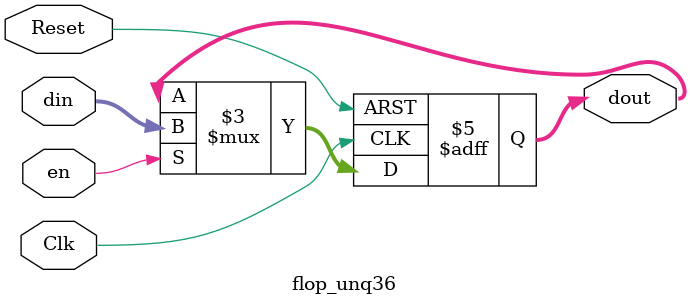
<source format=sv>

/* *****************************************************************************
 * File: flop.vp
 * 
 * Description:
 * Genesis2 flip-flop generator.
 * 
 * Required Genesis2 Controlable Parameters:
 * * Type		- Constant, Flop, RFlop, EFlop, or REFlop
 * * Width		- integer value specifying register width
 * * Default		- default value for the flop 
 *			 (only applies when flop_type=constant|rflop|reflop)
 * * SyncMode		- Sync or ASync flop * Change bar:
 * 
 * 
 * -----------
 * Date          Author   Description
 * Mar 30, 2010  shacham  init version  --  
 * May 20, 2014  jingpu   Add Async mode, change to active low reset
 * 
 * ****************************************************************************/


/*******************************************************************************
 * REQUIRED PARAMETERIZATION
 ******************************************************************************/
// Type (_GENESIS2_INHERITANCE_PRIORITY_) = REFlop
//
// Default (_GENESIS2_INHERITANCE_PRIORITY_) = 10
//
// Width (_GENESIS2_INHERITANCE_PRIORITY_) = 5
//
// SyncMode (_GENESIS2_DECLARATION_PRIORITY_) = ASync
//

module flop_unq36(
	       //inputs
	       input wire logic 		   Clk,
	       input wire logic [4:0]  din,
	       input wire logic 		   Reset,
	       input wire logic 		   en,

	       //outputs
	       output logic [4:0] dout
	       );


   /* synopsys dc_tcl_script_begin
    set_dont_retime [current_design] true
    set_optimize_registers false -design [current_design]
    */
   


   
   always_ff @(posedge Clk or negedge Reset) begin
      if (!Reset) 
	dout <= 5'ha;
      else if (en)
	dout <= din;
   end

endmodule : flop_unq36

</source>
